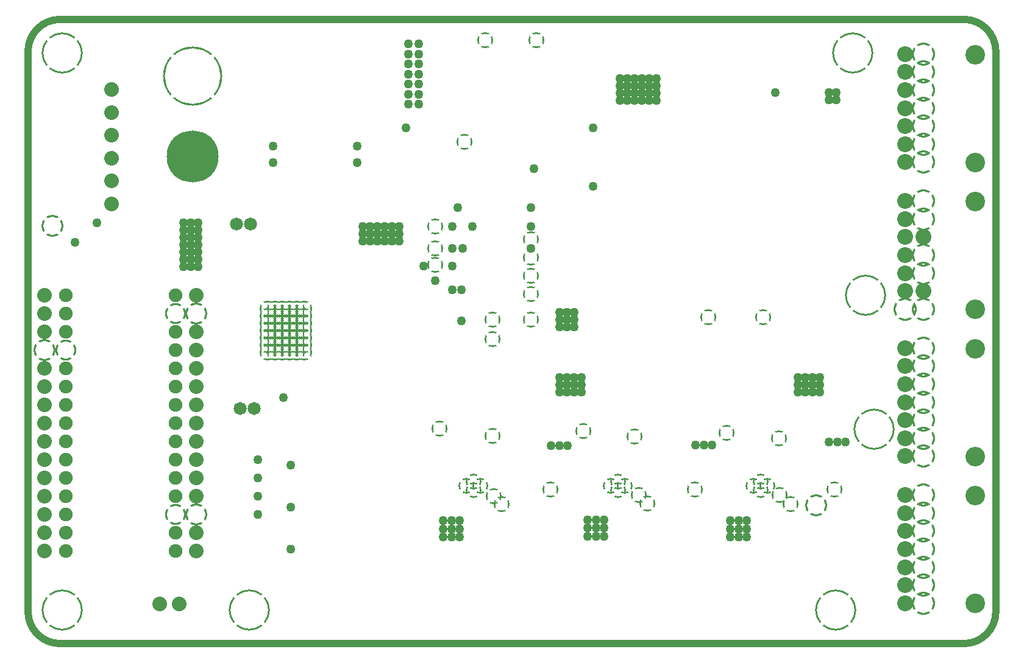
<source format=gbr>
%TF.GenerationSoftware,Altium Limited,Altium Designer,23.2.1 (34)*%
G04 Layer_Physical_Order=2*
G04 Layer_Color=32768*
%FSLAX45Y45*%
%MOMM*%
%TF.SameCoordinates,BB813F71-6509-4A9A-A67D-B2EC92C530A4*%
%TF.FilePolarity,Negative*%
%TF.FileFunction,Copper,L2,Inr,Plane*%
%TF.Part,Single*%
G01*
G75*
%TA.AperFunction,ComponentPad*%
%ADD54C,2.03200*%
%TA.AperFunction,TestPad*%
%ADD55C,2.03200*%
%TA.AperFunction,NonConductor*%
%ADD57C,1.01600*%
%TA.AperFunction,ComponentPad*%
%ADD58C,1.91600*%
G04:AMPARAMS|DCode=59|XSize=2.932mm|YSize=2.932mm|CornerRadius=0mm|HoleSize=0mm|Usage=FLASHONLY|Rotation=0.000|XOffset=0mm|YOffset=0mm|HoleType=Round|Shape=Relief|Width=0.508mm|Gap=0.254mm|Entries=4|*
%AMTHD59*
7,0,0,2.93200,2.42400,0.50800,45*
%
%ADD59THD59*%
G04:AMPARAMS|DCode=60|XSize=5.732mm|YSize=5.732mm|CornerRadius=0mm|HoleSize=0mm|Usage=FLASHONLY|Rotation=0.000|XOffset=0mm|YOffset=0mm|HoleType=Round|Shape=Relief|Width=0.508mm|Gap=0.254mm|Entries=4|*
%AMTHD60*
7,0,0,5.73200,5.22400,0.50800,45*
%
%ADD60THD60*%
%ADD61C,1.81600*%
%ADD62C,2.71600*%
G04:AMPARAMS|DCode=63|XSize=3.232mm|YSize=3.232mm|CornerRadius=0mm|HoleSize=0mm|Usage=FLASHONLY|Rotation=0.000|XOffset=0mm|YOffset=0mm|HoleType=Round|Shape=Relief|Width=0.508mm|Gap=0.254mm|Entries=4|*
%AMTHD63*
7,0,0,3.23200,2.72400,0.50800,45*
%
%ADD63THD63*%
%ADD64C,2.21600*%
%ADD65C,2.03600*%
G04:AMPARAMS|DCode=66|XSize=3.052mm|YSize=3.052mm|CornerRadius=0mm|HoleSize=0mm|Usage=FLASHONLY|Rotation=0.000|XOffset=0mm|YOffset=0mm|HoleType=Round|Shape=Relief|Width=0.508mm|Gap=0.254mm|Entries=4|*
%AMTHD66*
7,0,0,3.05200,2.54400,0.50800,45*
%
%ADD66THD66*%
G04:AMPARAMS|DCode=67|XSize=2.2352mm|YSize=2.2352mm|CornerRadius=0mm|HoleSize=0mm|Usage=FLASHONLY|Rotation=0.000|XOffset=0mm|YOffset=0mm|HoleType=Round|Shape=Relief|Width=0.508mm|Gap=0.254mm|Entries=4|*
%AMTHD67*
7,0,0,2.23520,1.72720,0.50800,45*
%
%ADD67THD67*%
%ADD68C,7.21600*%
G04:AMPARAMS|DCode=69|XSize=8.232mm|YSize=8.232mm|CornerRadius=0mm|HoleSize=0mm|Usage=FLASHONLY|Rotation=0.000|XOffset=0mm|YOffset=0mm|HoleType=Round|Shape=Relief|Width=0.508mm|Gap=0.254mm|Entries=4|*
%AMTHD69*
7,0,0,8.23200,7.72400,0.50800,45*
%
%ADD69THD69*%
G04:AMPARAMS|DCode=70|XSize=3.048mm|YSize=3.048mm|CornerRadius=0mm|HoleSize=0mm|Usage=FLASHONLY|Rotation=0.000|XOffset=0mm|YOffset=0mm|HoleType=Round|Shape=Relief|Width=0.508mm|Gap=0.254mm|Entries=4|*
%AMTHD70*
7,0,0,3.04800,2.54000,0.50800,45*
%
%ADD70THD70*%
%TA.AperFunction,ViaPad*%
%ADD71C,1.27000*%
G04:AMPARAMS|DCode=72|XSize=2.286mm|YSize=2.286mm|CornerRadius=0mm|HoleSize=0mm|Usage=FLASHONLY|Rotation=0.000|XOffset=0mm|YOffset=0mm|HoleType=Round|Shape=Relief|Width=0.508mm|Gap=0.254mm|Entries=4|*
%AMTHD72*
7,0,0,2.28600,1.77800,0.50800,45*
%
%ADD72THD72*%
D54*
X8216900Y5867400D02*
D03*
X8483600D02*
D03*
D55*
X7543800Y12382500D02*
D03*
Y12065000D02*
D03*
Y12700000D02*
D03*
Y11430000D02*
D03*
Y13017500D02*
D03*
Y11747500D02*
D03*
D57*
X6832195Y13995401D02*
G03*
X6387696Y13550908I-5J-444494D01*
G01*
X19831050Y13550900D02*
G03*
X19386548Y13995399I-444500J0D01*
G01*
X19386549Y5314950D02*
G03*
X19831047Y5759447I1J444497D01*
G01*
X6387697Y5759458D02*
G03*
X6832195Y5314959I444497J-1D01*
G01*
X6387696Y13550908D02*
X6387697Y5759458D01*
X6832196Y13995401D02*
X19386549Y13995399D01*
X19831047Y5759447D02*
X19831050Y13550900D01*
X6832195Y5314959D02*
X19386549Y5314950D01*
D58*
X8432800Y10160000D02*
D03*
Y9652000D02*
D03*
Y9398000D02*
D03*
Y9144000D02*
D03*
Y8890000D02*
D03*
Y8636000D02*
D03*
Y8382000D02*
D03*
Y8128000D02*
D03*
Y7874000D02*
D03*
Y7620000D02*
D03*
Y7366000D02*
D03*
Y6858000D02*
D03*
Y6604000D02*
D03*
X6908800D02*
D03*
Y6858000D02*
D03*
Y7112000D02*
D03*
Y7366000D02*
D03*
Y7620000D02*
D03*
Y7874000D02*
D03*
Y8128000D02*
D03*
Y8382000D02*
D03*
Y8636000D02*
D03*
Y8890000D02*
D03*
Y9144000D02*
D03*
Y9652000D02*
D03*
Y9906000D02*
D03*
Y10160000D02*
D03*
D59*
X8432800Y9906000D02*
D03*
Y7112000D02*
D03*
X6908800Y9398000D02*
D03*
D60*
X18135600Y8293100D02*
D03*
X6858000Y13525500D02*
D03*
Y5778500D02*
D03*
X17843500Y13525500D02*
D03*
X17602200Y5778500D02*
D03*
X18021300Y10160000D02*
D03*
X9461500Y5778500D02*
D03*
D61*
X9479900Y11151400D02*
D03*
X9279900D02*
D03*
X9529900Y8581400D02*
D03*
X9329900D02*
D03*
D62*
X19545300Y7370249D02*
D03*
Y5872749D02*
D03*
Y11459647D02*
D03*
Y9962149D02*
D03*
Y9414949D02*
D03*
Y7917449D02*
D03*
Y13504347D02*
D03*
Y12006849D02*
D03*
D63*
X18822800Y5877749D02*
D03*
Y6127749D02*
D03*
Y6377749D02*
D03*
Y6627749D02*
D03*
Y6877749D02*
D03*
Y7127749D02*
D03*
Y7377749D02*
D03*
X18822803Y9967148D02*
D03*
Y10467147D02*
D03*
Y10717149D02*
D03*
Y11217148D02*
D03*
Y11467150D02*
D03*
X18572800Y9967148D02*
D03*
X18822800Y7922449D02*
D03*
Y8172449D02*
D03*
Y8422449D02*
D03*
Y8672449D02*
D03*
Y8922449D02*
D03*
Y9172449D02*
D03*
Y9422449D02*
D03*
X18822803Y12011848D02*
D03*
Y12261850D02*
D03*
Y12511847D02*
D03*
Y12761849D02*
D03*
Y13011845D02*
D03*
Y13261848D02*
D03*
Y13511850D02*
D03*
D64*
X18572800Y5877749D02*
D03*
Y6127749D02*
D03*
Y6377749D02*
D03*
Y6627749D02*
D03*
Y6877749D02*
D03*
Y7127749D02*
D03*
Y7377749D02*
D03*
X18822803Y10217150D02*
D03*
Y10967146D02*
D03*
X18572800Y10217150D02*
D03*
Y10467147D02*
D03*
Y10717149D02*
D03*
Y10967146D02*
D03*
Y11217148D02*
D03*
Y11467150D02*
D03*
Y7922449D02*
D03*
Y8172449D02*
D03*
Y8422449D02*
D03*
Y8672449D02*
D03*
Y8922449D02*
D03*
Y9172449D02*
D03*
Y9422449D02*
D03*
Y12011848D02*
D03*
Y12261850D02*
D03*
Y12511847D02*
D03*
Y12761849D02*
D03*
Y13011845D02*
D03*
Y13261848D02*
D03*
Y13511850D02*
D03*
D65*
X6616700Y10160000D02*
D03*
Y9906000D02*
D03*
Y9652000D02*
D03*
Y9144000D02*
D03*
Y8890000D02*
D03*
Y8636000D02*
D03*
Y8382000D02*
D03*
Y8128000D02*
D03*
Y7874000D02*
D03*
Y7620000D02*
D03*
Y7366000D02*
D03*
Y7112000D02*
D03*
Y6858000D02*
D03*
Y6604000D02*
D03*
X8724900Y10160000D02*
D03*
Y9652000D02*
D03*
Y9398000D02*
D03*
Y9144000D02*
D03*
Y8890000D02*
D03*
Y8636000D02*
D03*
Y8382000D02*
D03*
Y8128000D02*
D03*
Y7874000D02*
D03*
Y7620000D02*
D03*
Y7366000D02*
D03*
Y6858000D02*
D03*
Y6604000D02*
D03*
D66*
X6616700Y9398000D02*
D03*
X8724900Y9906000D02*
D03*
Y7112000D02*
D03*
D67*
X16660800Y7505700D02*
D03*
X16560800Y7565700D02*
D03*
Y7445700D02*
D03*
X16460800Y7505700D02*
D03*
X14679601D02*
D03*
X14579601Y7565700D02*
D03*
Y7445700D02*
D03*
X14479601Y7505700D02*
D03*
X12673000D02*
D03*
X12573000Y7565700D02*
D03*
Y7445700D02*
D03*
X12473000Y7505700D02*
D03*
D68*
X8674100Y12090400D02*
D03*
D69*
Y13208000D02*
D03*
D70*
X6725369Y11120947D02*
D03*
X17335500Y7239000D02*
D03*
D71*
X12357100Y11379200D02*
D03*
X11886097Y10565668D02*
D03*
X12280900Y10566400D02*
D03*
X10033000Y7797800D02*
D03*
X9575800Y7112000D02*
D03*
Y7874000D02*
D03*
Y7366000D02*
D03*
Y7620000D02*
D03*
X10039660Y6629400D02*
D03*
X9931400Y8737600D02*
D03*
X10033000Y7213600D02*
D03*
X13373100Y11112500D02*
D03*
Y11379200D02*
D03*
X12560300Y11112500D02*
D03*
X13766800Y9918700D02*
D03*
X13868401D02*
D03*
X13970000D02*
D03*
Y9817100D02*
D03*
X13868401D02*
D03*
X13766800D02*
D03*
Y9715500D02*
D03*
X13970000D02*
D03*
X13868401D02*
D03*
X12280900Y11112500D02*
D03*
X13373100Y10807700D02*
D03*
X14236700Y12484100D02*
D03*
X9791700Y12230100D02*
D03*
X10960100D02*
D03*
X11633200Y12484100D02*
D03*
X12424410Y10807700D02*
D03*
X12280900D02*
D03*
X12407900Y9804400D02*
D03*
Y10236200D02*
D03*
X12039600Y10363200D02*
D03*
X12280900Y10236200D02*
D03*
X9791700Y12007850D02*
D03*
X10963201D02*
D03*
X13417551Y11918950D02*
D03*
X13868401Y8813800D02*
D03*
X13970000D02*
D03*
X14236700Y11671300D02*
D03*
X17284700Y9017000D02*
D03*
X17183099D02*
D03*
X7035800Y10896600D02*
D03*
X7340600Y11163300D02*
D03*
X17513300Y8115300D02*
D03*
X17183099Y8813800D02*
D03*
X17081500D02*
D03*
X17284700D02*
D03*
X17183099Y8915400D02*
D03*
X17284700D02*
D03*
X17081500D02*
D03*
Y9017000D02*
D03*
X17386301Y8813800D02*
D03*
Y9017000D02*
D03*
Y8915400D02*
D03*
X17513300Y12979401D02*
D03*
X17614900D02*
D03*
Y12877800D02*
D03*
X17513300D02*
D03*
X16370300Y6908800D02*
D03*
X11442700Y11010900D02*
D03*
Y10909300D02*
D03*
Y11112500D02*
D03*
X11341100D02*
D03*
Y10909300D02*
D03*
Y11010900D02*
D03*
X11544300Y10909300D02*
D03*
Y11010900D02*
D03*
Y11112500D02*
D03*
X11137900Y11010900D02*
D03*
Y10909300D02*
D03*
Y11112500D02*
D03*
X11036300D02*
D03*
Y10909300D02*
D03*
Y11010900D02*
D03*
X11239500Y10909300D02*
D03*
Y11010900D02*
D03*
Y11112500D02*
D03*
X8750300Y10553700D02*
D03*
Y10655300D02*
D03*
Y10756900D02*
D03*
Y11163300D02*
D03*
Y11061700D02*
D03*
Y10960100D02*
D03*
Y10858500D02*
D03*
X8547100Y11061700D02*
D03*
Y10655300D02*
D03*
Y10858500D02*
D03*
Y10960100D02*
D03*
Y11163300D02*
D03*
Y10756900D02*
D03*
Y10553700D02*
D03*
X8648700Y10858500D02*
D03*
Y10960100D02*
D03*
Y11061700D02*
D03*
Y11163300D02*
D03*
Y10756900D02*
D03*
Y10655300D02*
D03*
Y10553700D02*
D03*
X14071600Y8813800D02*
D03*
X13766800D02*
D03*
Y8915400D02*
D03*
X13868401D02*
D03*
X13970000D02*
D03*
X14071600D02*
D03*
Y9017000D02*
D03*
X13970000D02*
D03*
X13868401D02*
D03*
X13766800D02*
D03*
X14706599Y12865100D02*
D03*
X14605000D02*
D03*
X11671300Y12814301D02*
D03*
X12382500Y6794502D02*
D03*
X12153900D02*
D03*
Y6908802D02*
D03*
X14160500Y7035800D02*
D03*
X14274800Y6921500D02*
D03*
X14389101Y7035800D02*
D03*
X14274800D02*
D03*
Y6807200D02*
D03*
X14160500Y6921500D02*
D03*
Y6807200D02*
D03*
X14389101D02*
D03*
Y6921500D02*
D03*
X15887700Y8077500D02*
D03*
X15659100D02*
D03*
X15773399D02*
D03*
X16141701Y7023100D02*
D03*
X16256000D02*
D03*
X16370300D02*
D03*
X16256000Y6908800D02*
D03*
X16141701D02*
D03*
Y6794500D02*
D03*
X16256000D02*
D03*
X16370300D02*
D03*
X12153900Y7023102D02*
D03*
X12268200D02*
D03*
X12382500D02*
D03*
Y6908802D02*
D03*
X12268200D02*
D03*
Y6794502D02*
D03*
X14605000Y13169901D02*
D03*
X14706599D02*
D03*
Y12966701D02*
D03*
Y13068300D02*
D03*
X14605000Y12966701D02*
D03*
Y13068300D02*
D03*
X15011400Y12966701D02*
D03*
X15113000D02*
D03*
X14808200Y13169901D02*
D03*
X15113000Y12865100D02*
D03*
X15011400D02*
D03*
X14909801D02*
D03*
X14808200D02*
D03*
X14909801Y13169901D02*
D03*
X15113000D02*
D03*
X15011400Y13068300D02*
D03*
X14909801Y12966701D02*
D03*
X15011400Y13169901D02*
D03*
X14808200Y13068300D02*
D03*
Y12966701D02*
D03*
X14909801Y13068300D02*
D03*
X15113000D02*
D03*
X16764000Y12979401D02*
D03*
X13881100Y8064499D02*
D03*
X13652499D02*
D03*
X13766800D02*
D03*
X17741901Y8115300D02*
D03*
X17627600D02*
D03*
X11671300Y13373100D02*
D03*
Y13093700D02*
D03*
Y13233400D02*
D03*
Y13512801D02*
D03*
Y13652499D02*
D03*
Y12953999D02*
D03*
X11811000Y12814301D02*
D03*
Y12953999D02*
D03*
Y13652499D02*
D03*
Y13512801D02*
D03*
Y13373100D02*
D03*
Y13233400D02*
D03*
Y13093700D02*
D03*
D72*
X16979900Y7251700D02*
D03*
X13639799Y7457915D02*
D03*
X15646400D02*
D03*
X17590826D02*
D03*
X13373100Y9817100D02*
D03*
Y10934700D02*
D03*
X12738100Y13702029D02*
D03*
X13449300D02*
D03*
X12452350Y12288520D02*
D03*
X15836900Y9853930D02*
D03*
X16598900D02*
D03*
X12839700Y9817100D02*
D03*
X13373100Y10426700D02*
D03*
Y10680700D02*
D03*
X12039600Y10579100D02*
D03*
Y10807700D02*
D03*
X12839700Y9550400D02*
D03*
X13373100Y10172700D02*
D03*
X12039600Y11112500D02*
D03*
X9715500Y9359900D02*
D03*
X9817100D02*
D03*
X10223500D02*
D03*
X10020300D02*
D03*
X9817100Y9969500D02*
D03*
X10020300Y9461500D02*
D03*
Y9563100D02*
D03*
X10223500Y9461500D02*
D03*
Y9563100D02*
D03*
X9817100Y9461500D02*
D03*
Y9563100D02*
D03*
X10223500Y9969500D02*
D03*
Y9867900D02*
D03*
Y9766300D02*
D03*
Y9664700D02*
D03*
X10020300Y9867900D02*
D03*
Y9766300D02*
D03*
Y9664700D02*
D03*
Y9969500D02*
D03*
X9817100Y9867900D02*
D03*
Y9766300D02*
D03*
Y9664700D02*
D03*
X10121900Y9359900D02*
D03*
X9918700Y9766300D02*
D03*
Y9664700D02*
D03*
X10121900Y9563100D02*
D03*
Y9969500D02*
D03*
Y9766300D02*
D03*
Y9664700D02*
D03*
Y9461500D02*
D03*
Y9867900D02*
D03*
X9715500Y9664700D02*
D03*
Y9766300D02*
D03*
Y9563100D02*
D03*
Y9461500D02*
D03*
X9918700Y9969500D02*
D03*
X9715500D02*
D03*
X9918700Y9563100D02*
D03*
Y9359900D02*
D03*
Y9461500D02*
D03*
X9715500Y9867900D02*
D03*
X9918700D02*
D03*
X14097000Y8267700D02*
D03*
X14808200Y8191500D02*
D03*
X14986000Y7264400D02*
D03*
X14871700Y7378700D02*
D03*
X12852400Y7366000D02*
D03*
X12839700Y8204200D02*
D03*
X12966701Y7251700D02*
D03*
X12103100Y8305800D02*
D03*
X16827499Y7378700D02*
D03*
X16090900Y8242300D02*
D03*
X16814799Y8166100D02*
D03*
%TF.MD5,18aa50021f030cf763598668abb757fe*%
M02*

</source>
